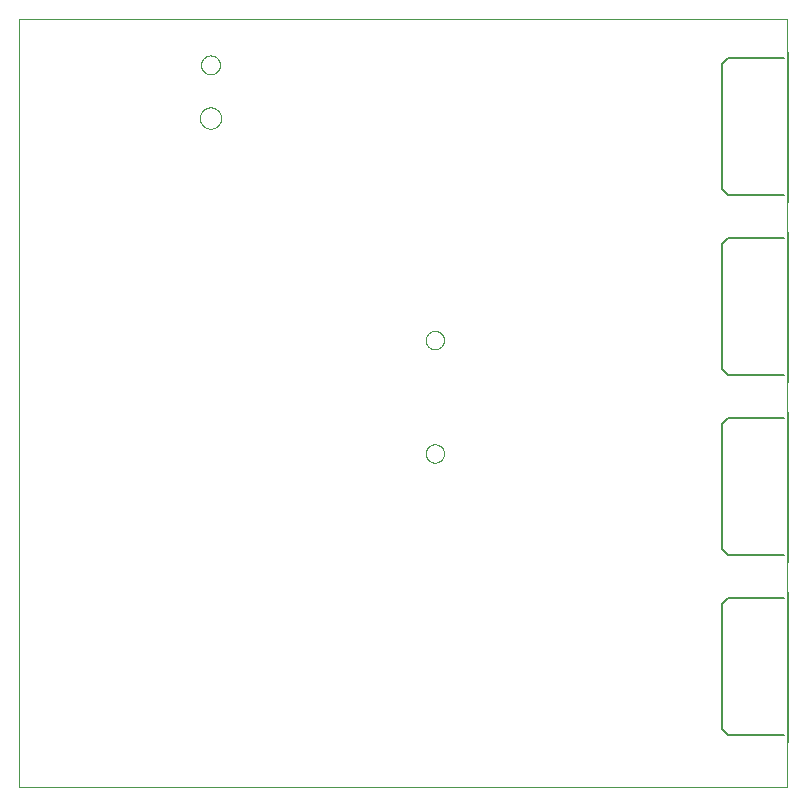
<source format=gbo>
G75*
%MOIN*%
%OFA0B0*%
%FSLAX25Y25*%
%IPPOS*%
%LPD*%
%AMOC8*
5,1,8,0,0,1.08239X$1,22.5*
%
%ADD10C,0.00000*%
%ADD11C,0.00600*%
D10*
X0027667Y0001650D02*
X0027667Y0257555D01*
X0283573Y0257555D01*
X0283573Y0001650D01*
X0027667Y0001650D01*
X0163160Y0112752D02*
X0163162Y0112862D01*
X0163168Y0112972D01*
X0163178Y0113082D01*
X0163192Y0113191D01*
X0163210Y0113300D01*
X0163231Y0113408D01*
X0163257Y0113515D01*
X0163286Y0113621D01*
X0163320Y0113726D01*
X0163357Y0113830D01*
X0163398Y0113932D01*
X0163442Y0114033D01*
X0163490Y0114132D01*
X0163542Y0114230D01*
X0163597Y0114325D01*
X0163655Y0114418D01*
X0163717Y0114509D01*
X0163782Y0114598D01*
X0163850Y0114685D01*
X0163922Y0114769D01*
X0163996Y0114850D01*
X0164073Y0114929D01*
X0164153Y0115005D01*
X0164236Y0115077D01*
X0164321Y0115147D01*
X0164409Y0115214D01*
X0164499Y0115277D01*
X0164591Y0115337D01*
X0164685Y0115394D01*
X0164782Y0115448D01*
X0164880Y0115497D01*
X0164980Y0115544D01*
X0165082Y0115586D01*
X0165185Y0115625D01*
X0165289Y0115660D01*
X0165395Y0115692D01*
X0165501Y0115719D01*
X0165609Y0115743D01*
X0165717Y0115763D01*
X0165826Y0115779D01*
X0165936Y0115791D01*
X0166046Y0115799D01*
X0166156Y0115803D01*
X0166266Y0115803D01*
X0166376Y0115799D01*
X0166486Y0115791D01*
X0166596Y0115779D01*
X0166705Y0115763D01*
X0166813Y0115743D01*
X0166921Y0115719D01*
X0167027Y0115692D01*
X0167133Y0115660D01*
X0167237Y0115625D01*
X0167340Y0115586D01*
X0167442Y0115544D01*
X0167542Y0115497D01*
X0167640Y0115448D01*
X0167736Y0115394D01*
X0167831Y0115337D01*
X0167923Y0115277D01*
X0168013Y0115214D01*
X0168101Y0115147D01*
X0168186Y0115077D01*
X0168269Y0115005D01*
X0168349Y0114929D01*
X0168426Y0114850D01*
X0168500Y0114769D01*
X0168572Y0114685D01*
X0168640Y0114598D01*
X0168705Y0114509D01*
X0168767Y0114418D01*
X0168825Y0114325D01*
X0168880Y0114230D01*
X0168932Y0114132D01*
X0168980Y0114033D01*
X0169024Y0113932D01*
X0169065Y0113830D01*
X0169102Y0113726D01*
X0169136Y0113621D01*
X0169165Y0113515D01*
X0169191Y0113408D01*
X0169212Y0113300D01*
X0169230Y0113191D01*
X0169244Y0113082D01*
X0169254Y0112972D01*
X0169260Y0112862D01*
X0169262Y0112752D01*
X0169260Y0112642D01*
X0169254Y0112532D01*
X0169244Y0112422D01*
X0169230Y0112313D01*
X0169212Y0112204D01*
X0169191Y0112096D01*
X0169165Y0111989D01*
X0169136Y0111883D01*
X0169102Y0111778D01*
X0169065Y0111674D01*
X0169024Y0111572D01*
X0168980Y0111471D01*
X0168932Y0111372D01*
X0168880Y0111274D01*
X0168825Y0111179D01*
X0168767Y0111086D01*
X0168705Y0110995D01*
X0168640Y0110906D01*
X0168572Y0110819D01*
X0168500Y0110735D01*
X0168426Y0110654D01*
X0168349Y0110575D01*
X0168269Y0110499D01*
X0168186Y0110427D01*
X0168101Y0110357D01*
X0168013Y0110290D01*
X0167923Y0110227D01*
X0167831Y0110167D01*
X0167737Y0110110D01*
X0167640Y0110056D01*
X0167542Y0110007D01*
X0167442Y0109960D01*
X0167340Y0109918D01*
X0167237Y0109879D01*
X0167133Y0109844D01*
X0167027Y0109812D01*
X0166921Y0109785D01*
X0166813Y0109761D01*
X0166705Y0109741D01*
X0166596Y0109725D01*
X0166486Y0109713D01*
X0166376Y0109705D01*
X0166266Y0109701D01*
X0166156Y0109701D01*
X0166046Y0109705D01*
X0165936Y0109713D01*
X0165826Y0109725D01*
X0165717Y0109741D01*
X0165609Y0109761D01*
X0165501Y0109785D01*
X0165395Y0109812D01*
X0165289Y0109844D01*
X0165185Y0109879D01*
X0165082Y0109918D01*
X0164980Y0109960D01*
X0164880Y0110007D01*
X0164782Y0110056D01*
X0164685Y0110110D01*
X0164591Y0110167D01*
X0164499Y0110227D01*
X0164409Y0110290D01*
X0164321Y0110357D01*
X0164236Y0110427D01*
X0164153Y0110499D01*
X0164073Y0110575D01*
X0163996Y0110654D01*
X0163922Y0110735D01*
X0163850Y0110819D01*
X0163782Y0110906D01*
X0163717Y0110995D01*
X0163655Y0111086D01*
X0163597Y0111179D01*
X0163542Y0111274D01*
X0163490Y0111372D01*
X0163442Y0111471D01*
X0163398Y0111572D01*
X0163357Y0111674D01*
X0163320Y0111778D01*
X0163286Y0111883D01*
X0163257Y0111989D01*
X0163231Y0112096D01*
X0163210Y0112204D01*
X0163192Y0112313D01*
X0163178Y0112422D01*
X0163168Y0112532D01*
X0163162Y0112642D01*
X0163160Y0112752D01*
X0163160Y0150547D02*
X0163162Y0150657D01*
X0163168Y0150767D01*
X0163178Y0150877D01*
X0163192Y0150986D01*
X0163210Y0151095D01*
X0163231Y0151203D01*
X0163257Y0151310D01*
X0163286Y0151416D01*
X0163320Y0151521D01*
X0163357Y0151625D01*
X0163398Y0151727D01*
X0163442Y0151828D01*
X0163490Y0151927D01*
X0163542Y0152025D01*
X0163597Y0152120D01*
X0163655Y0152213D01*
X0163717Y0152304D01*
X0163782Y0152393D01*
X0163850Y0152480D01*
X0163922Y0152564D01*
X0163996Y0152645D01*
X0164073Y0152724D01*
X0164153Y0152800D01*
X0164236Y0152872D01*
X0164321Y0152942D01*
X0164409Y0153009D01*
X0164499Y0153072D01*
X0164591Y0153132D01*
X0164685Y0153189D01*
X0164782Y0153243D01*
X0164880Y0153292D01*
X0164980Y0153339D01*
X0165082Y0153381D01*
X0165185Y0153420D01*
X0165289Y0153455D01*
X0165395Y0153487D01*
X0165501Y0153514D01*
X0165609Y0153538D01*
X0165717Y0153558D01*
X0165826Y0153574D01*
X0165936Y0153586D01*
X0166046Y0153594D01*
X0166156Y0153598D01*
X0166266Y0153598D01*
X0166376Y0153594D01*
X0166486Y0153586D01*
X0166596Y0153574D01*
X0166705Y0153558D01*
X0166813Y0153538D01*
X0166921Y0153514D01*
X0167027Y0153487D01*
X0167133Y0153455D01*
X0167237Y0153420D01*
X0167340Y0153381D01*
X0167442Y0153339D01*
X0167542Y0153292D01*
X0167640Y0153243D01*
X0167736Y0153189D01*
X0167831Y0153132D01*
X0167923Y0153072D01*
X0168013Y0153009D01*
X0168101Y0152942D01*
X0168186Y0152872D01*
X0168269Y0152800D01*
X0168349Y0152724D01*
X0168426Y0152645D01*
X0168500Y0152564D01*
X0168572Y0152480D01*
X0168640Y0152393D01*
X0168705Y0152304D01*
X0168767Y0152213D01*
X0168825Y0152120D01*
X0168880Y0152025D01*
X0168932Y0151927D01*
X0168980Y0151828D01*
X0169024Y0151727D01*
X0169065Y0151625D01*
X0169102Y0151521D01*
X0169136Y0151416D01*
X0169165Y0151310D01*
X0169191Y0151203D01*
X0169212Y0151095D01*
X0169230Y0150986D01*
X0169244Y0150877D01*
X0169254Y0150767D01*
X0169260Y0150657D01*
X0169262Y0150547D01*
X0169260Y0150437D01*
X0169254Y0150327D01*
X0169244Y0150217D01*
X0169230Y0150108D01*
X0169212Y0149999D01*
X0169191Y0149891D01*
X0169165Y0149784D01*
X0169136Y0149678D01*
X0169102Y0149573D01*
X0169065Y0149469D01*
X0169024Y0149367D01*
X0168980Y0149266D01*
X0168932Y0149167D01*
X0168880Y0149069D01*
X0168825Y0148974D01*
X0168767Y0148881D01*
X0168705Y0148790D01*
X0168640Y0148701D01*
X0168572Y0148614D01*
X0168500Y0148530D01*
X0168426Y0148449D01*
X0168349Y0148370D01*
X0168269Y0148294D01*
X0168186Y0148222D01*
X0168101Y0148152D01*
X0168013Y0148085D01*
X0167923Y0148022D01*
X0167831Y0147962D01*
X0167737Y0147905D01*
X0167640Y0147851D01*
X0167542Y0147802D01*
X0167442Y0147755D01*
X0167340Y0147713D01*
X0167237Y0147674D01*
X0167133Y0147639D01*
X0167027Y0147607D01*
X0166921Y0147580D01*
X0166813Y0147556D01*
X0166705Y0147536D01*
X0166596Y0147520D01*
X0166486Y0147508D01*
X0166376Y0147500D01*
X0166266Y0147496D01*
X0166156Y0147496D01*
X0166046Y0147500D01*
X0165936Y0147508D01*
X0165826Y0147520D01*
X0165717Y0147536D01*
X0165609Y0147556D01*
X0165501Y0147580D01*
X0165395Y0147607D01*
X0165289Y0147639D01*
X0165185Y0147674D01*
X0165082Y0147713D01*
X0164980Y0147755D01*
X0164880Y0147802D01*
X0164782Y0147851D01*
X0164685Y0147905D01*
X0164591Y0147962D01*
X0164499Y0148022D01*
X0164409Y0148085D01*
X0164321Y0148152D01*
X0164236Y0148222D01*
X0164153Y0148294D01*
X0164073Y0148370D01*
X0163996Y0148449D01*
X0163922Y0148530D01*
X0163850Y0148614D01*
X0163782Y0148701D01*
X0163717Y0148790D01*
X0163655Y0148881D01*
X0163597Y0148974D01*
X0163542Y0149069D01*
X0163490Y0149167D01*
X0163442Y0149266D01*
X0163398Y0149367D01*
X0163357Y0149469D01*
X0163320Y0149573D01*
X0163286Y0149678D01*
X0163257Y0149784D01*
X0163231Y0149891D01*
X0163210Y0149999D01*
X0163192Y0150108D01*
X0163178Y0150217D01*
X0163168Y0150327D01*
X0163162Y0150437D01*
X0163160Y0150547D01*
X0087874Y0224563D02*
X0087876Y0224681D01*
X0087882Y0224800D01*
X0087892Y0224918D01*
X0087906Y0225035D01*
X0087923Y0225152D01*
X0087945Y0225269D01*
X0087971Y0225384D01*
X0088000Y0225499D01*
X0088033Y0225613D01*
X0088070Y0225725D01*
X0088111Y0225836D01*
X0088155Y0225946D01*
X0088203Y0226054D01*
X0088255Y0226161D01*
X0088310Y0226266D01*
X0088369Y0226369D01*
X0088431Y0226469D01*
X0088496Y0226568D01*
X0088565Y0226665D01*
X0088636Y0226759D01*
X0088711Y0226850D01*
X0088789Y0226940D01*
X0088870Y0227026D01*
X0088954Y0227110D01*
X0089040Y0227191D01*
X0089130Y0227269D01*
X0089221Y0227344D01*
X0089315Y0227415D01*
X0089412Y0227484D01*
X0089511Y0227549D01*
X0089611Y0227611D01*
X0089714Y0227670D01*
X0089819Y0227725D01*
X0089926Y0227777D01*
X0090034Y0227825D01*
X0090144Y0227869D01*
X0090255Y0227910D01*
X0090367Y0227947D01*
X0090481Y0227980D01*
X0090596Y0228009D01*
X0090711Y0228035D01*
X0090828Y0228057D01*
X0090945Y0228074D01*
X0091062Y0228088D01*
X0091180Y0228098D01*
X0091299Y0228104D01*
X0091417Y0228106D01*
X0091535Y0228104D01*
X0091654Y0228098D01*
X0091772Y0228088D01*
X0091889Y0228074D01*
X0092006Y0228057D01*
X0092123Y0228035D01*
X0092238Y0228009D01*
X0092353Y0227980D01*
X0092467Y0227947D01*
X0092579Y0227910D01*
X0092690Y0227869D01*
X0092800Y0227825D01*
X0092908Y0227777D01*
X0093015Y0227725D01*
X0093120Y0227670D01*
X0093223Y0227611D01*
X0093323Y0227549D01*
X0093422Y0227484D01*
X0093519Y0227415D01*
X0093613Y0227344D01*
X0093704Y0227269D01*
X0093794Y0227191D01*
X0093880Y0227110D01*
X0093964Y0227026D01*
X0094045Y0226940D01*
X0094123Y0226850D01*
X0094198Y0226759D01*
X0094269Y0226665D01*
X0094338Y0226568D01*
X0094403Y0226469D01*
X0094465Y0226369D01*
X0094524Y0226266D01*
X0094579Y0226161D01*
X0094631Y0226054D01*
X0094679Y0225946D01*
X0094723Y0225836D01*
X0094764Y0225725D01*
X0094801Y0225613D01*
X0094834Y0225499D01*
X0094863Y0225384D01*
X0094889Y0225269D01*
X0094911Y0225152D01*
X0094928Y0225035D01*
X0094942Y0224918D01*
X0094952Y0224800D01*
X0094958Y0224681D01*
X0094960Y0224563D01*
X0094958Y0224445D01*
X0094952Y0224326D01*
X0094942Y0224208D01*
X0094928Y0224091D01*
X0094911Y0223974D01*
X0094889Y0223857D01*
X0094863Y0223742D01*
X0094834Y0223627D01*
X0094801Y0223513D01*
X0094764Y0223401D01*
X0094723Y0223290D01*
X0094679Y0223180D01*
X0094631Y0223072D01*
X0094579Y0222965D01*
X0094524Y0222860D01*
X0094465Y0222757D01*
X0094403Y0222657D01*
X0094338Y0222558D01*
X0094269Y0222461D01*
X0094198Y0222367D01*
X0094123Y0222276D01*
X0094045Y0222186D01*
X0093964Y0222100D01*
X0093880Y0222016D01*
X0093794Y0221935D01*
X0093704Y0221857D01*
X0093613Y0221782D01*
X0093519Y0221711D01*
X0093422Y0221642D01*
X0093323Y0221577D01*
X0093223Y0221515D01*
X0093120Y0221456D01*
X0093015Y0221401D01*
X0092908Y0221349D01*
X0092800Y0221301D01*
X0092690Y0221257D01*
X0092579Y0221216D01*
X0092467Y0221179D01*
X0092353Y0221146D01*
X0092238Y0221117D01*
X0092123Y0221091D01*
X0092006Y0221069D01*
X0091889Y0221052D01*
X0091772Y0221038D01*
X0091654Y0221028D01*
X0091535Y0221022D01*
X0091417Y0221020D01*
X0091299Y0221022D01*
X0091180Y0221028D01*
X0091062Y0221038D01*
X0090945Y0221052D01*
X0090828Y0221069D01*
X0090711Y0221091D01*
X0090596Y0221117D01*
X0090481Y0221146D01*
X0090367Y0221179D01*
X0090255Y0221216D01*
X0090144Y0221257D01*
X0090034Y0221301D01*
X0089926Y0221349D01*
X0089819Y0221401D01*
X0089714Y0221456D01*
X0089611Y0221515D01*
X0089511Y0221577D01*
X0089412Y0221642D01*
X0089315Y0221711D01*
X0089221Y0221782D01*
X0089130Y0221857D01*
X0089040Y0221935D01*
X0088954Y0222016D01*
X0088870Y0222100D01*
X0088789Y0222186D01*
X0088711Y0222276D01*
X0088636Y0222367D01*
X0088565Y0222461D01*
X0088496Y0222558D01*
X0088431Y0222657D01*
X0088369Y0222757D01*
X0088310Y0222860D01*
X0088255Y0222965D01*
X0088203Y0223072D01*
X0088155Y0223180D01*
X0088111Y0223290D01*
X0088070Y0223401D01*
X0088033Y0223513D01*
X0088000Y0223627D01*
X0087971Y0223742D01*
X0087945Y0223857D01*
X0087923Y0223974D01*
X0087906Y0224091D01*
X0087892Y0224208D01*
X0087882Y0224326D01*
X0087876Y0224445D01*
X0087874Y0224563D01*
X0088267Y0242280D02*
X0088269Y0242392D01*
X0088275Y0242503D01*
X0088285Y0242615D01*
X0088299Y0242726D01*
X0088316Y0242836D01*
X0088338Y0242946D01*
X0088364Y0243055D01*
X0088393Y0243163D01*
X0088426Y0243269D01*
X0088463Y0243375D01*
X0088504Y0243479D01*
X0088549Y0243582D01*
X0088597Y0243683D01*
X0088648Y0243782D01*
X0088703Y0243879D01*
X0088762Y0243974D01*
X0088823Y0244068D01*
X0088888Y0244159D01*
X0088957Y0244247D01*
X0089028Y0244333D01*
X0089102Y0244417D01*
X0089180Y0244497D01*
X0089260Y0244575D01*
X0089343Y0244651D01*
X0089428Y0244723D01*
X0089516Y0244792D01*
X0089606Y0244858D01*
X0089699Y0244920D01*
X0089794Y0244980D01*
X0089891Y0245036D01*
X0089989Y0245088D01*
X0090090Y0245137D01*
X0090192Y0245182D01*
X0090296Y0245224D01*
X0090401Y0245262D01*
X0090508Y0245296D01*
X0090615Y0245326D01*
X0090724Y0245353D01*
X0090833Y0245375D01*
X0090944Y0245394D01*
X0091054Y0245409D01*
X0091166Y0245420D01*
X0091277Y0245427D01*
X0091389Y0245430D01*
X0091501Y0245429D01*
X0091613Y0245424D01*
X0091724Y0245415D01*
X0091835Y0245402D01*
X0091946Y0245385D01*
X0092056Y0245365D01*
X0092165Y0245340D01*
X0092273Y0245312D01*
X0092380Y0245279D01*
X0092486Y0245243D01*
X0092590Y0245203D01*
X0092693Y0245160D01*
X0092795Y0245113D01*
X0092894Y0245062D01*
X0092992Y0245008D01*
X0093088Y0244950D01*
X0093182Y0244889D01*
X0093273Y0244825D01*
X0093362Y0244758D01*
X0093449Y0244687D01*
X0093533Y0244613D01*
X0093615Y0244537D01*
X0093693Y0244457D01*
X0093769Y0244375D01*
X0093842Y0244290D01*
X0093912Y0244203D01*
X0093978Y0244113D01*
X0094042Y0244021D01*
X0094102Y0243927D01*
X0094159Y0243831D01*
X0094212Y0243732D01*
X0094262Y0243632D01*
X0094308Y0243531D01*
X0094351Y0243427D01*
X0094390Y0243322D01*
X0094425Y0243216D01*
X0094456Y0243109D01*
X0094484Y0243000D01*
X0094507Y0242891D01*
X0094527Y0242781D01*
X0094543Y0242670D01*
X0094555Y0242559D01*
X0094563Y0242448D01*
X0094567Y0242336D01*
X0094567Y0242224D01*
X0094563Y0242112D01*
X0094555Y0242001D01*
X0094543Y0241890D01*
X0094527Y0241779D01*
X0094507Y0241669D01*
X0094484Y0241560D01*
X0094456Y0241451D01*
X0094425Y0241344D01*
X0094390Y0241238D01*
X0094351Y0241133D01*
X0094308Y0241029D01*
X0094262Y0240928D01*
X0094212Y0240828D01*
X0094159Y0240729D01*
X0094102Y0240633D01*
X0094042Y0240539D01*
X0093978Y0240447D01*
X0093912Y0240357D01*
X0093842Y0240270D01*
X0093769Y0240185D01*
X0093693Y0240103D01*
X0093615Y0240023D01*
X0093533Y0239947D01*
X0093449Y0239873D01*
X0093362Y0239802D01*
X0093273Y0239735D01*
X0093182Y0239671D01*
X0093088Y0239610D01*
X0092992Y0239552D01*
X0092894Y0239498D01*
X0092795Y0239447D01*
X0092693Y0239400D01*
X0092590Y0239357D01*
X0092486Y0239317D01*
X0092380Y0239281D01*
X0092273Y0239248D01*
X0092165Y0239220D01*
X0092056Y0239195D01*
X0091946Y0239175D01*
X0091835Y0239158D01*
X0091724Y0239145D01*
X0091613Y0239136D01*
X0091501Y0239131D01*
X0091389Y0239130D01*
X0091277Y0239133D01*
X0091166Y0239140D01*
X0091054Y0239151D01*
X0090944Y0239166D01*
X0090833Y0239185D01*
X0090724Y0239207D01*
X0090615Y0239234D01*
X0090508Y0239264D01*
X0090401Y0239298D01*
X0090296Y0239336D01*
X0090192Y0239378D01*
X0090090Y0239423D01*
X0089989Y0239472D01*
X0089891Y0239524D01*
X0089794Y0239580D01*
X0089699Y0239640D01*
X0089606Y0239702D01*
X0089516Y0239768D01*
X0089428Y0239837D01*
X0089343Y0239909D01*
X0089260Y0239985D01*
X0089180Y0240063D01*
X0089102Y0240143D01*
X0089028Y0240227D01*
X0088957Y0240313D01*
X0088888Y0240401D01*
X0088823Y0240492D01*
X0088762Y0240586D01*
X0088703Y0240681D01*
X0088648Y0240778D01*
X0088597Y0240877D01*
X0088549Y0240978D01*
X0088504Y0241081D01*
X0088463Y0241185D01*
X0088426Y0241291D01*
X0088393Y0241397D01*
X0088364Y0241505D01*
X0088338Y0241614D01*
X0088316Y0241724D01*
X0088299Y0241834D01*
X0088285Y0241945D01*
X0088275Y0242057D01*
X0088269Y0242168D01*
X0088267Y0242280D01*
X0283917Y0246650D02*
X0283917Y0196650D01*
X0283917Y0186650D02*
X0283917Y0136650D01*
X0283917Y0126650D02*
X0283917Y0076650D01*
X0283917Y0066650D02*
X0283917Y0016650D01*
D11*
X0282736Y0018815D02*
X0263839Y0018815D01*
X0261870Y0020783D01*
X0261870Y0062516D01*
X0263839Y0064484D01*
X0282736Y0064484D01*
X0282736Y0078815D02*
X0263839Y0078815D01*
X0261870Y0080783D01*
X0261870Y0122516D01*
X0263839Y0124484D01*
X0282736Y0124484D01*
X0282736Y0138815D02*
X0263839Y0138815D01*
X0261870Y0140783D01*
X0261870Y0182516D01*
X0263839Y0184484D01*
X0282736Y0184484D01*
X0282736Y0198815D02*
X0263839Y0198815D01*
X0261870Y0200783D01*
X0261870Y0242516D01*
X0263839Y0244484D01*
X0282736Y0244484D01*
M02*

</source>
